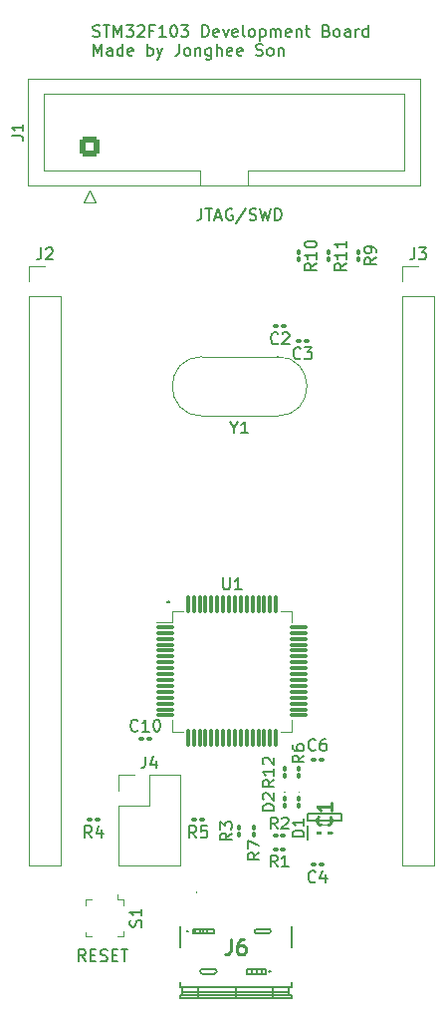
<source format=gbr>
%TF.GenerationSoftware,KiCad,Pcbnew,7.0.7*%
%TF.CreationDate,2023-09-22T09:20:20+09:00*%
%TF.ProjectId,STM32F103_dev_board,53544d33-3246-4313-9033-5f6465765f62,1.0*%
%TF.SameCoordinates,Original*%
%TF.FileFunction,Legend,Top*%
%TF.FilePolarity,Positive*%
%FSLAX46Y46*%
G04 Gerber Fmt 4.6, Leading zero omitted, Abs format (unit mm)*
G04 Created by KiCad (PCBNEW 7.0.7) date 2023-09-22 09:20:20*
%MOMM*%
%LPD*%
G01*
G04 APERTURE LIST*
G04 Aperture macros list*
%AMRoundRect*
0 Rectangle with rounded corners*
0 $1 Rounding radius*
0 $2 $3 $4 $5 $6 $7 $8 $9 X,Y pos of 4 corners*
0 Add a 4 corners polygon primitive as box body*
4,1,4,$2,$3,$4,$5,$6,$7,$8,$9,$2,$3,0*
0 Add four circle primitives for the rounded corners*
1,1,$1+$1,$2,$3*
1,1,$1+$1,$4,$5*
1,1,$1+$1,$6,$7*
1,1,$1+$1,$8,$9*
0 Add four rect primitives between the rounded corners*
20,1,$1+$1,$2,$3,$4,$5,0*
20,1,$1+$1,$4,$5,$6,$7,0*
20,1,$1+$1,$6,$7,$8,$9,0*
20,1,$1+$1,$8,$9,$2,$3,0*%
G04 Aperture macros list end*
%ADD10C,0.150000*%
%ADD11C,0.254000*%
%ADD12C,0.200000*%
%ADD13C,0.100000*%
%ADD14C,0.120000*%
%ADD15R,0.600000X1.200000*%
%ADD16RoundRect,0.100000X0.130000X0.100000X-0.130000X0.100000X-0.130000X-0.100000X0.130000X-0.100000X0*%
%ADD17RoundRect,0.100000X-0.100000X0.130000X-0.100000X-0.130000X0.100000X-0.130000X0.100000X0.130000X0*%
%ADD18R,1.700000X0.800000*%
%ADD19C,0.800000*%
%ADD20R,0.600000X1.250000*%
%ADD21R,0.400000X1.250000*%
%ADD22C,2.000000*%
%ADD23C,2.565000*%
%ADD24C,3.500000*%
%ADD25RoundRect,0.100000X-0.130000X-0.100000X0.130000X-0.100000X0.130000X0.100000X-0.130000X0.100000X0*%
%ADD26R,1.700000X1.700000*%
%ADD27O,1.700000X1.700000*%
%ADD28RoundRect,0.075000X-0.700000X-0.075000X0.700000X-0.075000X0.700000X0.075000X-0.700000X0.075000X0*%
%ADD29RoundRect,0.075000X-0.075000X-0.700000X0.075000X-0.700000X0.075000X0.700000X-0.075000X0.700000X0*%
%ADD30RoundRect,0.250000X0.600000X-0.600000X0.600000X0.600000X-0.600000X0.600000X-0.600000X-0.600000X0*%
%ADD31C,1.700000*%
%ADD32RoundRect,0.100000X0.100000X-0.130000X0.100000X0.130000X-0.100000X0.130000X-0.100000X-0.130000X0*%
%ADD33C,1.500000*%
G04 APERTURE END LIST*
D10*
X140036779Y-107724580D02*
X140084398Y-107772200D01*
X140084398Y-107772200D02*
X140036779Y-107819819D01*
X140036779Y-107819819D02*
X139989160Y-107772200D01*
X139989160Y-107772200D02*
X140036779Y-107724580D01*
X140036779Y-107724580D02*
X140036779Y-107819819D01*
X132988207Y-138299819D02*
X132654874Y-137823628D01*
X132416779Y-138299819D02*
X132416779Y-137299819D01*
X132416779Y-137299819D02*
X132797731Y-137299819D01*
X132797731Y-137299819D02*
X132892969Y-137347438D01*
X132892969Y-137347438D02*
X132940588Y-137395057D01*
X132940588Y-137395057D02*
X132988207Y-137490295D01*
X132988207Y-137490295D02*
X132988207Y-137633152D01*
X132988207Y-137633152D02*
X132940588Y-137728390D01*
X132940588Y-137728390D02*
X132892969Y-137776009D01*
X132892969Y-137776009D02*
X132797731Y-137823628D01*
X132797731Y-137823628D02*
X132416779Y-137823628D01*
X133416779Y-137776009D02*
X133750112Y-137776009D01*
X133892969Y-138299819D02*
X133416779Y-138299819D01*
X133416779Y-138299819D02*
X133416779Y-137299819D01*
X133416779Y-137299819D02*
X133892969Y-137299819D01*
X134273922Y-138252200D02*
X134416779Y-138299819D01*
X134416779Y-138299819D02*
X134654874Y-138299819D01*
X134654874Y-138299819D02*
X134750112Y-138252200D01*
X134750112Y-138252200D02*
X134797731Y-138204580D01*
X134797731Y-138204580D02*
X134845350Y-138109342D01*
X134845350Y-138109342D02*
X134845350Y-138014104D01*
X134845350Y-138014104D02*
X134797731Y-137918866D01*
X134797731Y-137918866D02*
X134750112Y-137871247D01*
X134750112Y-137871247D02*
X134654874Y-137823628D01*
X134654874Y-137823628D02*
X134464398Y-137776009D01*
X134464398Y-137776009D02*
X134369160Y-137728390D01*
X134369160Y-137728390D02*
X134321541Y-137680771D01*
X134321541Y-137680771D02*
X134273922Y-137585533D01*
X134273922Y-137585533D02*
X134273922Y-137490295D01*
X134273922Y-137490295D02*
X134321541Y-137395057D01*
X134321541Y-137395057D02*
X134369160Y-137347438D01*
X134369160Y-137347438D02*
X134464398Y-137299819D01*
X134464398Y-137299819D02*
X134702493Y-137299819D01*
X134702493Y-137299819D02*
X134845350Y-137347438D01*
X135273922Y-137776009D02*
X135607255Y-137776009D01*
X135750112Y-138299819D02*
X135273922Y-138299819D01*
X135273922Y-138299819D02*
X135273922Y-137299819D01*
X135273922Y-137299819D02*
X135750112Y-137299819D01*
X136035827Y-137299819D02*
X136607255Y-137299819D01*
X136321541Y-138299819D02*
X136321541Y-137299819D01*
X142862493Y-74379819D02*
X142862493Y-75094104D01*
X142862493Y-75094104D02*
X142814874Y-75236961D01*
X142814874Y-75236961D02*
X142719636Y-75332200D01*
X142719636Y-75332200D02*
X142576779Y-75379819D01*
X142576779Y-75379819D02*
X142481541Y-75379819D01*
X143195827Y-74379819D02*
X143767255Y-74379819D01*
X143481541Y-75379819D02*
X143481541Y-74379819D01*
X144052970Y-75094104D02*
X144529160Y-75094104D01*
X143957732Y-75379819D02*
X144291065Y-74379819D01*
X144291065Y-74379819D02*
X144624398Y-75379819D01*
X145481541Y-74427438D02*
X145386303Y-74379819D01*
X145386303Y-74379819D02*
X145243446Y-74379819D01*
X145243446Y-74379819D02*
X145100589Y-74427438D01*
X145100589Y-74427438D02*
X145005351Y-74522676D01*
X145005351Y-74522676D02*
X144957732Y-74617914D01*
X144957732Y-74617914D02*
X144910113Y-74808390D01*
X144910113Y-74808390D02*
X144910113Y-74951247D01*
X144910113Y-74951247D02*
X144957732Y-75141723D01*
X144957732Y-75141723D02*
X145005351Y-75236961D01*
X145005351Y-75236961D02*
X145100589Y-75332200D01*
X145100589Y-75332200D02*
X145243446Y-75379819D01*
X145243446Y-75379819D02*
X145338684Y-75379819D01*
X145338684Y-75379819D02*
X145481541Y-75332200D01*
X145481541Y-75332200D02*
X145529160Y-75284580D01*
X145529160Y-75284580D02*
X145529160Y-74951247D01*
X145529160Y-74951247D02*
X145338684Y-74951247D01*
X146672017Y-74332200D02*
X145814875Y-75617914D01*
X146957732Y-75332200D02*
X147100589Y-75379819D01*
X147100589Y-75379819D02*
X147338684Y-75379819D01*
X147338684Y-75379819D02*
X147433922Y-75332200D01*
X147433922Y-75332200D02*
X147481541Y-75284580D01*
X147481541Y-75284580D02*
X147529160Y-75189342D01*
X147529160Y-75189342D02*
X147529160Y-75094104D01*
X147529160Y-75094104D02*
X147481541Y-74998866D01*
X147481541Y-74998866D02*
X147433922Y-74951247D01*
X147433922Y-74951247D02*
X147338684Y-74903628D01*
X147338684Y-74903628D02*
X147148208Y-74856009D01*
X147148208Y-74856009D02*
X147052970Y-74808390D01*
X147052970Y-74808390D02*
X147005351Y-74760771D01*
X147005351Y-74760771D02*
X146957732Y-74665533D01*
X146957732Y-74665533D02*
X146957732Y-74570295D01*
X146957732Y-74570295D02*
X147005351Y-74475057D01*
X147005351Y-74475057D02*
X147052970Y-74427438D01*
X147052970Y-74427438D02*
X147148208Y-74379819D01*
X147148208Y-74379819D02*
X147386303Y-74379819D01*
X147386303Y-74379819D02*
X147529160Y-74427438D01*
X147862494Y-74379819D02*
X148100589Y-75379819D01*
X148100589Y-75379819D02*
X148291065Y-74665533D01*
X148291065Y-74665533D02*
X148481541Y-75379819D01*
X148481541Y-75379819D02*
X148719637Y-74379819D01*
X149100589Y-75379819D02*
X149100589Y-74379819D01*
X149100589Y-74379819D02*
X149338684Y-74379819D01*
X149338684Y-74379819D02*
X149481541Y-74427438D01*
X149481541Y-74427438D02*
X149576779Y-74522676D01*
X149576779Y-74522676D02*
X149624398Y-74617914D01*
X149624398Y-74617914D02*
X149672017Y-74808390D01*
X149672017Y-74808390D02*
X149672017Y-74951247D01*
X149672017Y-74951247D02*
X149624398Y-75141723D01*
X149624398Y-75141723D02*
X149576779Y-75236961D01*
X149576779Y-75236961D02*
X149481541Y-75332200D01*
X149481541Y-75332200D02*
X149338684Y-75379819D01*
X149338684Y-75379819D02*
X149100589Y-75379819D01*
X133639160Y-59752200D02*
X133782017Y-59799819D01*
X133782017Y-59799819D02*
X134020112Y-59799819D01*
X134020112Y-59799819D02*
X134115350Y-59752200D01*
X134115350Y-59752200D02*
X134162969Y-59704580D01*
X134162969Y-59704580D02*
X134210588Y-59609342D01*
X134210588Y-59609342D02*
X134210588Y-59514104D01*
X134210588Y-59514104D02*
X134162969Y-59418866D01*
X134162969Y-59418866D02*
X134115350Y-59371247D01*
X134115350Y-59371247D02*
X134020112Y-59323628D01*
X134020112Y-59323628D02*
X133829636Y-59276009D01*
X133829636Y-59276009D02*
X133734398Y-59228390D01*
X133734398Y-59228390D02*
X133686779Y-59180771D01*
X133686779Y-59180771D02*
X133639160Y-59085533D01*
X133639160Y-59085533D02*
X133639160Y-58990295D01*
X133639160Y-58990295D02*
X133686779Y-58895057D01*
X133686779Y-58895057D02*
X133734398Y-58847438D01*
X133734398Y-58847438D02*
X133829636Y-58799819D01*
X133829636Y-58799819D02*
X134067731Y-58799819D01*
X134067731Y-58799819D02*
X134210588Y-58847438D01*
X134496303Y-58799819D02*
X135067731Y-58799819D01*
X134782017Y-59799819D02*
X134782017Y-58799819D01*
X135401065Y-59799819D02*
X135401065Y-58799819D01*
X135401065Y-58799819D02*
X135734398Y-59514104D01*
X135734398Y-59514104D02*
X136067731Y-58799819D01*
X136067731Y-58799819D02*
X136067731Y-59799819D01*
X136448684Y-58799819D02*
X137067731Y-58799819D01*
X137067731Y-58799819D02*
X136734398Y-59180771D01*
X136734398Y-59180771D02*
X136877255Y-59180771D01*
X136877255Y-59180771D02*
X136972493Y-59228390D01*
X136972493Y-59228390D02*
X137020112Y-59276009D01*
X137020112Y-59276009D02*
X137067731Y-59371247D01*
X137067731Y-59371247D02*
X137067731Y-59609342D01*
X137067731Y-59609342D02*
X137020112Y-59704580D01*
X137020112Y-59704580D02*
X136972493Y-59752200D01*
X136972493Y-59752200D02*
X136877255Y-59799819D01*
X136877255Y-59799819D02*
X136591541Y-59799819D01*
X136591541Y-59799819D02*
X136496303Y-59752200D01*
X136496303Y-59752200D02*
X136448684Y-59704580D01*
X137448684Y-58895057D02*
X137496303Y-58847438D01*
X137496303Y-58847438D02*
X137591541Y-58799819D01*
X137591541Y-58799819D02*
X137829636Y-58799819D01*
X137829636Y-58799819D02*
X137924874Y-58847438D01*
X137924874Y-58847438D02*
X137972493Y-58895057D01*
X137972493Y-58895057D02*
X138020112Y-58990295D01*
X138020112Y-58990295D02*
X138020112Y-59085533D01*
X138020112Y-59085533D02*
X137972493Y-59228390D01*
X137972493Y-59228390D02*
X137401065Y-59799819D01*
X137401065Y-59799819D02*
X138020112Y-59799819D01*
X138782017Y-59276009D02*
X138448684Y-59276009D01*
X138448684Y-59799819D02*
X138448684Y-58799819D01*
X138448684Y-58799819D02*
X138924874Y-58799819D01*
X139829636Y-59799819D02*
X139258208Y-59799819D01*
X139543922Y-59799819D02*
X139543922Y-58799819D01*
X139543922Y-58799819D02*
X139448684Y-58942676D01*
X139448684Y-58942676D02*
X139353446Y-59037914D01*
X139353446Y-59037914D02*
X139258208Y-59085533D01*
X140448684Y-58799819D02*
X140543922Y-58799819D01*
X140543922Y-58799819D02*
X140639160Y-58847438D01*
X140639160Y-58847438D02*
X140686779Y-58895057D01*
X140686779Y-58895057D02*
X140734398Y-58990295D01*
X140734398Y-58990295D02*
X140782017Y-59180771D01*
X140782017Y-59180771D02*
X140782017Y-59418866D01*
X140782017Y-59418866D02*
X140734398Y-59609342D01*
X140734398Y-59609342D02*
X140686779Y-59704580D01*
X140686779Y-59704580D02*
X140639160Y-59752200D01*
X140639160Y-59752200D02*
X140543922Y-59799819D01*
X140543922Y-59799819D02*
X140448684Y-59799819D01*
X140448684Y-59799819D02*
X140353446Y-59752200D01*
X140353446Y-59752200D02*
X140305827Y-59704580D01*
X140305827Y-59704580D02*
X140258208Y-59609342D01*
X140258208Y-59609342D02*
X140210589Y-59418866D01*
X140210589Y-59418866D02*
X140210589Y-59180771D01*
X140210589Y-59180771D02*
X140258208Y-58990295D01*
X140258208Y-58990295D02*
X140305827Y-58895057D01*
X140305827Y-58895057D02*
X140353446Y-58847438D01*
X140353446Y-58847438D02*
X140448684Y-58799819D01*
X141115351Y-58799819D02*
X141734398Y-58799819D01*
X141734398Y-58799819D02*
X141401065Y-59180771D01*
X141401065Y-59180771D02*
X141543922Y-59180771D01*
X141543922Y-59180771D02*
X141639160Y-59228390D01*
X141639160Y-59228390D02*
X141686779Y-59276009D01*
X141686779Y-59276009D02*
X141734398Y-59371247D01*
X141734398Y-59371247D02*
X141734398Y-59609342D01*
X141734398Y-59609342D02*
X141686779Y-59704580D01*
X141686779Y-59704580D02*
X141639160Y-59752200D01*
X141639160Y-59752200D02*
X141543922Y-59799819D01*
X141543922Y-59799819D02*
X141258208Y-59799819D01*
X141258208Y-59799819D02*
X141162970Y-59752200D01*
X141162970Y-59752200D02*
X141115351Y-59704580D01*
X142924875Y-59799819D02*
X142924875Y-58799819D01*
X142924875Y-58799819D02*
X143162970Y-58799819D01*
X143162970Y-58799819D02*
X143305827Y-58847438D01*
X143305827Y-58847438D02*
X143401065Y-58942676D01*
X143401065Y-58942676D02*
X143448684Y-59037914D01*
X143448684Y-59037914D02*
X143496303Y-59228390D01*
X143496303Y-59228390D02*
X143496303Y-59371247D01*
X143496303Y-59371247D02*
X143448684Y-59561723D01*
X143448684Y-59561723D02*
X143401065Y-59656961D01*
X143401065Y-59656961D02*
X143305827Y-59752200D01*
X143305827Y-59752200D02*
X143162970Y-59799819D01*
X143162970Y-59799819D02*
X142924875Y-59799819D01*
X144305827Y-59752200D02*
X144210589Y-59799819D01*
X144210589Y-59799819D02*
X144020113Y-59799819D01*
X144020113Y-59799819D02*
X143924875Y-59752200D01*
X143924875Y-59752200D02*
X143877256Y-59656961D01*
X143877256Y-59656961D02*
X143877256Y-59276009D01*
X143877256Y-59276009D02*
X143924875Y-59180771D01*
X143924875Y-59180771D02*
X144020113Y-59133152D01*
X144020113Y-59133152D02*
X144210589Y-59133152D01*
X144210589Y-59133152D02*
X144305827Y-59180771D01*
X144305827Y-59180771D02*
X144353446Y-59276009D01*
X144353446Y-59276009D02*
X144353446Y-59371247D01*
X144353446Y-59371247D02*
X143877256Y-59466485D01*
X144686780Y-59133152D02*
X144924875Y-59799819D01*
X144924875Y-59799819D02*
X145162970Y-59133152D01*
X145924875Y-59752200D02*
X145829637Y-59799819D01*
X145829637Y-59799819D02*
X145639161Y-59799819D01*
X145639161Y-59799819D02*
X145543923Y-59752200D01*
X145543923Y-59752200D02*
X145496304Y-59656961D01*
X145496304Y-59656961D02*
X145496304Y-59276009D01*
X145496304Y-59276009D02*
X145543923Y-59180771D01*
X145543923Y-59180771D02*
X145639161Y-59133152D01*
X145639161Y-59133152D02*
X145829637Y-59133152D01*
X145829637Y-59133152D02*
X145924875Y-59180771D01*
X145924875Y-59180771D02*
X145972494Y-59276009D01*
X145972494Y-59276009D02*
X145972494Y-59371247D01*
X145972494Y-59371247D02*
X145496304Y-59466485D01*
X146543923Y-59799819D02*
X146448685Y-59752200D01*
X146448685Y-59752200D02*
X146401066Y-59656961D01*
X146401066Y-59656961D02*
X146401066Y-58799819D01*
X147067733Y-59799819D02*
X146972495Y-59752200D01*
X146972495Y-59752200D02*
X146924876Y-59704580D01*
X146924876Y-59704580D02*
X146877257Y-59609342D01*
X146877257Y-59609342D02*
X146877257Y-59323628D01*
X146877257Y-59323628D02*
X146924876Y-59228390D01*
X146924876Y-59228390D02*
X146972495Y-59180771D01*
X146972495Y-59180771D02*
X147067733Y-59133152D01*
X147067733Y-59133152D02*
X147210590Y-59133152D01*
X147210590Y-59133152D02*
X147305828Y-59180771D01*
X147305828Y-59180771D02*
X147353447Y-59228390D01*
X147353447Y-59228390D02*
X147401066Y-59323628D01*
X147401066Y-59323628D02*
X147401066Y-59609342D01*
X147401066Y-59609342D02*
X147353447Y-59704580D01*
X147353447Y-59704580D02*
X147305828Y-59752200D01*
X147305828Y-59752200D02*
X147210590Y-59799819D01*
X147210590Y-59799819D02*
X147067733Y-59799819D01*
X147829638Y-59133152D02*
X147829638Y-60133152D01*
X147829638Y-59180771D02*
X147924876Y-59133152D01*
X147924876Y-59133152D02*
X148115352Y-59133152D01*
X148115352Y-59133152D02*
X148210590Y-59180771D01*
X148210590Y-59180771D02*
X148258209Y-59228390D01*
X148258209Y-59228390D02*
X148305828Y-59323628D01*
X148305828Y-59323628D02*
X148305828Y-59609342D01*
X148305828Y-59609342D02*
X148258209Y-59704580D01*
X148258209Y-59704580D02*
X148210590Y-59752200D01*
X148210590Y-59752200D02*
X148115352Y-59799819D01*
X148115352Y-59799819D02*
X147924876Y-59799819D01*
X147924876Y-59799819D02*
X147829638Y-59752200D01*
X148734400Y-59799819D02*
X148734400Y-59133152D01*
X148734400Y-59228390D02*
X148782019Y-59180771D01*
X148782019Y-59180771D02*
X148877257Y-59133152D01*
X148877257Y-59133152D02*
X149020114Y-59133152D01*
X149020114Y-59133152D02*
X149115352Y-59180771D01*
X149115352Y-59180771D02*
X149162971Y-59276009D01*
X149162971Y-59276009D02*
X149162971Y-59799819D01*
X149162971Y-59276009D02*
X149210590Y-59180771D01*
X149210590Y-59180771D02*
X149305828Y-59133152D01*
X149305828Y-59133152D02*
X149448685Y-59133152D01*
X149448685Y-59133152D02*
X149543924Y-59180771D01*
X149543924Y-59180771D02*
X149591543Y-59276009D01*
X149591543Y-59276009D02*
X149591543Y-59799819D01*
X150448685Y-59752200D02*
X150353447Y-59799819D01*
X150353447Y-59799819D02*
X150162971Y-59799819D01*
X150162971Y-59799819D02*
X150067733Y-59752200D01*
X150067733Y-59752200D02*
X150020114Y-59656961D01*
X150020114Y-59656961D02*
X150020114Y-59276009D01*
X150020114Y-59276009D02*
X150067733Y-59180771D01*
X150067733Y-59180771D02*
X150162971Y-59133152D01*
X150162971Y-59133152D02*
X150353447Y-59133152D01*
X150353447Y-59133152D02*
X150448685Y-59180771D01*
X150448685Y-59180771D02*
X150496304Y-59276009D01*
X150496304Y-59276009D02*
X150496304Y-59371247D01*
X150496304Y-59371247D02*
X150020114Y-59466485D01*
X150924876Y-59133152D02*
X150924876Y-59799819D01*
X150924876Y-59228390D02*
X150972495Y-59180771D01*
X150972495Y-59180771D02*
X151067733Y-59133152D01*
X151067733Y-59133152D02*
X151210590Y-59133152D01*
X151210590Y-59133152D02*
X151305828Y-59180771D01*
X151305828Y-59180771D02*
X151353447Y-59276009D01*
X151353447Y-59276009D02*
X151353447Y-59799819D01*
X151686781Y-59133152D02*
X152067733Y-59133152D01*
X151829638Y-58799819D02*
X151829638Y-59656961D01*
X151829638Y-59656961D02*
X151877257Y-59752200D01*
X151877257Y-59752200D02*
X151972495Y-59799819D01*
X151972495Y-59799819D02*
X152067733Y-59799819D01*
X153496305Y-59276009D02*
X153639162Y-59323628D01*
X153639162Y-59323628D02*
X153686781Y-59371247D01*
X153686781Y-59371247D02*
X153734400Y-59466485D01*
X153734400Y-59466485D02*
X153734400Y-59609342D01*
X153734400Y-59609342D02*
X153686781Y-59704580D01*
X153686781Y-59704580D02*
X153639162Y-59752200D01*
X153639162Y-59752200D02*
X153543924Y-59799819D01*
X153543924Y-59799819D02*
X153162972Y-59799819D01*
X153162972Y-59799819D02*
X153162972Y-58799819D01*
X153162972Y-58799819D02*
X153496305Y-58799819D01*
X153496305Y-58799819D02*
X153591543Y-58847438D01*
X153591543Y-58847438D02*
X153639162Y-58895057D01*
X153639162Y-58895057D02*
X153686781Y-58990295D01*
X153686781Y-58990295D02*
X153686781Y-59085533D01*
X153686781Y-59085533D02*
X153639162Y-59180771D01*
X153639162Y-59180771D02*
X153591543Y-59228390D01*
X153591543Y-59228390D02*
X153496305Y-59276009D01*
X153496305Y-59276009D02*
X153162972Y-59276009D01*
X154305829Y-59799819D02*
X154210591Y-59752200D01*
X154210591Y-59752200D02*
X154162972Y-59704580D01*
X154162972Y-59704580D02*
X154115353Y-59609342D01*
X154115353Y-59609342D02*
X154115353Y-59323628D01*
X154115353Y-59323628D02*
X154162972Y-59228390D01*
X154162972Y-59228390D02*
X154210591Y-59180771D01*
X154210591Y-59180771D02*
X154305829Y-59133152D01*
X154305829Y-59133152D02*
X154448686Y-59133152D01*
X154448686Y-59133152D02*
X154543924Y-59180771D01*
X154543924Y-59180771D02*
X154591543Y-59228390D01*
X154591543Y-59228390D02*
X154639162Y-59323628D01*
X154639162Y-59323628D02*
X154639162Y-59609342D01*
X154639162Y-59609342D02*
X154591543Y-59704580D01*
X154591543Y-59704580D02*
X154543924Y-59752200D01*
X154543924Y-59752200D02*
X154448686Y-59799819D01*
X154448686Y-59799819D02*
X154305829Y-59799819D01*
X155496305Y-59799819D02*
X155496305Y-59276009D01*
X155496305Y-59276009D02*
X155448686Y-59180771D01*
X155448686Y-59180771D02*
X155353448Y-59133152D01*
X155353448Y-59133152D02*
X155162972Y-59133152D01*
X155162972Y-59133152D02*
X155067734Y-59180771D01*
X155496305Y-59752200D02*
X155401067Y-59799819D01*
X155401067Y-59799819D02*
X155162972Y-59799819D01*
X155162972Y-59799819D02*
X155067734Y-59752200D01*
X155067734Y-59752200D02*
X155020115Y-59656961D01*
X155020115Y-59656961D02*
X155020115Y-59561723D01*
X155020115Y-59561723D02*
X155067734Y-59466485D01*
X155067734Y-59466485D02*
X155162972Y-59418866D01*
X155162972Y-59418866D02*
X155401067Y-59418866D01*
X155401067Y-59418866D02*
X155496305Y-59371247D01*
X155972496Y-59799819D02*
X155972496Y-59133152D01*
X155972496Y-59323628D02*
X156020115Y-59228390D01*
X156020115Y-59228390D02*
X156067734Y-59180771D01*
X156067734Y-59180771D02*
X156162972Y-59133152D01*
X156162972Y-59133152D02*
X156258210Y-59133152D01*
X157020115Y-59799819D02*
X157020115Y-58799819D01*
X157020115Y-59752200D02*
X156924877Y-59799819D01*
X156924877Y-59799819D02*
X156734401Y-59799819D01*
X156734401Y-59799819D02*
X156639163Y-59752200D01*
X156639163Y-59752200D02*
X156591544Y-59704580D01*
X156591544Y-59704580D02*
X156543925Y-59609342D01*
X156543925Y-59609342D02*
X156543925Y-59323628D01*
X156543925Y-59323628D02*
X156591544Y-59228390D01*
X156591544Y-59228390D02*
X156639163Y-59180771D01*
X156639163Y-59180771D02*
X156734401Y-59133152D01*
X156734401Y-59133152D02*
X156924877Y-59133152D01*
X156924877Y-59133152D02*
X157020115Y-59180771D01*
X133686779Y-61409819D02*
X133686779Y-60409819D01*
X133686779Y-60409819D02*
X134020112Y-61124104D01*
X134020112Y-61124104D02*
X134353445Y-60409819D01*
X134353445Y-60409819D02*
X134353445Y-61409819D01*
X135258207Y-61409819D02*
X135258207Y-60886009D01*
X135258207Y-60886009D02*
X135210588Y-60790771D01*
X135210588Y-60790771D02*
X135115350Y-60743152D01*
X135115350Y-60743152D02*
X134924874Y-60743152D01*
X134924874Y-60743152D02*
X134829636Y-60790771D01*
X135258207Y-61362200D02*
X135162969Y-61409819D01*
X135162969Y-61409819D02*
X134924874Y-61409819D01*
X134924874Y-61409819D02*
X134829636Y-61362200D01*
X134829636Y-61362200D02*
X134782017Y-61266961D01*
X134782017Y-61266961D02*
X134782017Y-61171723D01*
X134782017Y-61171723D02*
X134829636Y-61076485D01*
X134829636Y-61076485D02*
X134924874Y-61028866D01*
X134924874Y-61028866D02*
X135162969Y-61028866D01*
X135162969Y-61028866D02*
X135258207Y-60981247D01*
X136162969Y-61409819D02*
X136162969Y-60409819D01*
X136162969Y-61362200D02*
X136067731Y-61409819D01*
X136067731Y-61409819D02*
X135877255Y-61409819D01*
X135877255Y-61409819D02*
X135782017Y-61362200D01*
X135782017Y-61362200D02*
X135734398Y-61314580D01*
X135734398Y-61314580D02*
X135686779Y-61219342D01*
X135686779Y-61219342D02*
X135686779Y-60933628D01*
X135686779Y-60933628D02*
X135734398Y-60838390D01*
X135734398Y-60838390D02*
X135782017Y-60790771D01*
X135782017Y-60790771D02*
X135877255Y-60743152D01*
X135877255Y-60743152D02*
X136067731Y-60743152D01*
X136067731Y-60743152D02*
X136162969Y-60790771D01*
X137020112Y-61362200D02*
X136924874Y-61409819D01*
X136924874Y-61409819D02*
X136734398Y-61409819D01*
X136734398Y-61409819D02*
X136639160Y-61362200D01*
X136639160Y-61362200D02*
X136591541Y-61266961D01*
X136591541Y-61266961D02*
X136591541Y-60886009D01*
X136591541Y-60886009D02*
X136639160Y-60790771D01*
X136639160Y-60790771D02*
X136734398Y-60743152D01*
X136734398Y-60743152D02*
X136924874Y-60743152D01*
X136924874Y-60743152D02*
X137020112Y-60790771D01*
X137020112Y-60790771D02*
X137067731Y-60886009D01*
X137067731Y-60886009D02*
X137067731Y-60981247D01*
X137067731Y-60981247D02*
X136591541Y-61076485D01*
X138258208Y-61409819D02*
X138258208Y-60409819D01*
X138258208Y-60790771D02*
X138353446Y-60743152D01*
X138353446Y-60743152D02*
X138543922Y-60743152D01*
X138543922Y-60743152D02*
X138639160Y-60790771D01*
X138639160Y-60790771D02*
X138686779Y-60838390D01*
X138686779Y-60838390D02*
X138734398Y-60933628D01*
X138734398Y-60933628D02*
X138734398Y-61219342D01*
X138734398Y-61219342D02*
X138686779Y-61314580D01*
X138686779Y-61314580D02*
X138639160Y-61362200D01*
X138639160Y-61362200D02*
X138543922Y-61409819D01*
X138543922Y-61409819D02*
X138353446Y-61409819D01*
X138353446Y-61409819D02*
X138258208Y-61362200D01*
X139067732Y-60743152D02*
X139305827Y-61409819D01*
X139543922Y-60743152D02*
X139305827Y-61409819D01*
X139305827Y-61409819D02*
X139210589Y-61647914D01*
X139210589Y-61647914D02*
X139162970Y-61695533D01*
X139162970Y-61695533D02*
X139067732Y-61743152D01*
X140972494Y-60409819D02*
X140972494Y-61124104D01*
X140972494Y-61124104D02*
X140924875Y-61266961D01*
X140924875Y-61266961D02*
X140829637Y-61362200D01*
X140829637Y-61362200D02*
X140686780Y-61409819D01*
X140686780Y-61409819D02*
X140591542Y-61409819D01*
X141591542Y-61409819D02*
X141496304Y-61362200D01*
X141496304Y-61362200D02*
X141448685Y-61314580D01*
X141448685Y-61314580D02*
X141401066Y-61219342D01*
X141401066Y-61219342D02*
X141401066Y-60933628D01*
X141401066Y-60933628D02*
X141448685Y-60838390D01*
X141448685Y-60838390D02*
X141496304Y-60790771D01*
X141496304Y-60790771D02*
X141591542Y-60743152D01*
X141591542Y-60743152D02*
X141734399Y-60743152D01*
X141734399Y-60743152D02*
X141829637Y-60790771D01*
X141829637Y-60790771D02*
X141877256Y-60838390D01*
X141877256Y-60838390D02*
X141924875Y-60933628D01*
X141924875Y-60933628D02*
X141924875Y-61219342D01*
X141924875Y-61219342D02*
X141877256Y-61314580D01*
X141877256Y-61314580D02*
X141829637Y-61362200D01*
X141829637Y-61362200D02*
X141734399Y-61409819D01*
X141734399Y-61409819D02*
X141591542Y-61409819D01*
X142353447Y-60743152D02*
X142353447Y-61409819D01*
X142353447Y-60838390D02*
X142401066Y-60790771D01*
X142401066Y-60790771D02*
X142496304Y-60743152D01*
X142496304Y-60743152D02*
X142639161Y-60743152D01*
X142639161Y-60743152D02*
X142734399Y-60790771D01*
X142734399Y-60790771D02*
X142782018Y-60886009D01*
X142782018Y-60886009D02*
X142782018Y-61409819D01*
X143686780Y-60743152D02*
X143686780Y-61552676D01*
X143686780Y-61552676D02*
X143639161Y-61647914D01*
X143639161Y-61647914D02*
X143591542Y-61695533D01*
X143591542Y-61695533D02*
X143496304Y-61743152D01*
X143496304Y-61743152D02*
X143353447Y-61743152D01*
X143353447Y-61743152D02*
X143258209Y-61695533D01*
X143686780Y-61362200D02*
X143591542Y-61409819D01*
X143591542Y-61409819D02*
X143401066Y-61409819D01*
X143401066Y-61409819D02*
X143305828Y-61362200D01*
X143305828Y-61362200D02*
X143258209Y-61314580D01*
X143258209Y-61314580D02*
X143210590Y-61219342D01*
X143210590Y-61219342D02*
X143210590Y-60933628D01*
X143210590Y-60933628D02*
X143258209Y-60838390D01*
X143258209Y-60838390D02*
X143305828Y-60790771D01*
X143305828Y-60790771D02*
X143401066Y-60743152D01*
X143401066Y-60743152D02*
X143591542Y-60743152D01*
X143591542Y-60743152D02*
X143686780Y-60790771D01*
X144162971Y-61409819D02*
X144162971Y-60409819D01*
X144591542Y-61409819D02*
X144591542Y-60886009D01*
X144591542Y-60886009D02*
X144543923Y-60790771D01*
X144543923Y-60790771D02*
X144448685Y-60743152D01*
X144448685Y-60743152D02*
X144305828Y-60743152D01*
X144305828Y-60743152D02*
X144210590Y-60790771D01*
X144210590Y-60790771D02*
X144162971Y-60838390D01*
X145448685Y-61362200D02*
X145353447Y-61409819D01*
X145353447Y-61409819D02*
X145162971Y-61409819D01*
X145162971Y-61409819D02*
X145067733Y-61362200D01*
X145067733Y-61362200D02*
X145020114Y-61266961D01*
X145020114Y-61266961D02*
X145020114Y-60886009D01*
X145020114Y-60886009D02*
X145067733Y-60790771D01*
X145067733Y-60790771D02*
X145162971Y-60743152D01*
X145162971Y-60743152D02*
X145353447Y-60743152D01*
X145353447Y-60743152D02*
X145448685Y-60790771D01*
X145448685Y-60790771D02*
X145496304Y-60886009D01*
X145496304Y-60886009D02*
X145496304Y-60981247D01*
X145496304Y-60981247D02*
X145020114Y-61076485D01*
X146305828Y-61362200D02*
X146210590Y-61409819D01*
X146210590Y-61409819D02*
X146020114Y-61409819D01*
X146020114Y-61409819D02*
X145924876Y-61362200D01*
X145924876Y-61362200D02*
X145877257Y-61266961D01*
X145877257Y-61266961D02*
X145877257Y-60886009D01*
X145877257Y-60886009D02*
X145924876Y-60790771D01*
X145924876Y-60790771D02*
X146020114Y-60743152D01*
X146020114Y-60743152D02*
X146210590Y-60743152D01*
X146210590Y-60743152D02*
X146305828Y-60790771D01*
X146305828Y-60790771D02*
X146353447Y-60886009D01*
X146353447Y-60886009D02*
X146353447Y-60981247D01*
X146353447Y-60981247D02*
X145877257Y-61076485D01*
X147496305Y-61362200D02*
X147639162Y-61409819D01*
X147639162Y-61409819D02*
X147877257Y-61409819D01*
X147877257Y-61409819D02*
X147972495Y-61362200D01*
X147972495Y-61362200D02*
X148020114Y-61314580D01*
X148020114Y-61314580D02*
X148067733Y-61219342D01*
X148067733Y-61219342D02*
X148067733Y-61124104D01*
X148067733Y-61124104D02*
X148020114Y-61028866D01*
X148020114Y-61028866D02*
X147972495Y-60981247D01*
X147972495Y-60981247D02*
X147877257Y-60933628D01*
X147877257Y-60933628D02*
X147686781Y-60886009D01*
X147686781Y-60886009D02*
X147591543Y-60838390D01*
X147591543Y-60838390D02*
X147543924Y-60790771D01*
X147543924Y-60790771D02*
X147496305Y-60695533D01*
X147496305Y-60695533D02*
X147496305Y-60600295D01*
X147496305Y-60600295D02*
X147543924Y-60505057D01*
X147543924Y-60505057D02*
X147591543Y-60457438D01*
X147591543Y-60457438D02*
X147686781Y-60409819D01*
X147686781Y-60409819D02*
X147924876Y-60409819D01*
X147924876Y-60409819D02*
X148067733Y-60457438D01*
X148639162Y-61409819D02*
X148543924Y-61362200D01*
X148543924Y-61362200D02*
X148496305Y-61314580D01*
X148496305Y-61314580D02*
X148448686Y-61219342D01*
X148448686Y-61219342D02*
X148448686Y-60933628D01*
X148448686Y-60933628D02*
X148496305Y-60838390D01*
X148496305Y-60838390D02*
X148543924Y-60790771D01*
X148543924Y-60790771D02*
X148639162Y-60743152D01*
X148639162Y-60743152D02*
X148782019Y-60743152D01*
X148782019Y-60743152D02*
X148877257Y-60790771D01*
X148877257Y-60790771D02*
X148924876Y-60838390D01*
X148924876Y-60838390D02*
X148972495Y-60933628D01*
X148972495Y-60933628D02*
X148972495Y-61219342D01*
X148972495Y-61219342D02*
X148924876Y-61314580D01*
X148924876Y-61314580D02*
X148877257Y-61362200D01*
X148877257Y-61362200D02*
X148782019Y-61409819D01*
X148782019Y-61409819D02*
X148639162Y-61409819D01*
X149401067Y-60743152D02*
X149401067Y-61409819D01*
X149401067Y-60838390D02*
X149448686Y-60790771D01*
X149448686Y-60790771D02*
X149543924Y-60743152D01*
X149543924Y-60743152D02*
X149686781Y-60743152D01*
X149686781Y-60743152D02*
X149782019Y-60790771D01*
X149782019Y-60790771D02*
X149829638Y-60886009D01*
X149829638Y-60886009D02*
X149829638Y-61409819D01*
D11*
X153929318Y-127330762D02*
X152659318Y-127330762D01*
X153808365Y-126000285D02*
X153868842Y-126060761D01*
X153868842Y-126060761D02*
X153929318Y-126242190D01*
X153929318Y-126242190D02*
X153929318Y-126363142D01*
X153929318Y-126363142D02*
X153868842Y-126544571D01*
X153868842Y-126544571D02*
X153747889Y-126665523D01*
X153747889Y-126665523D02*
X153626937Y-126726000D01*
X153626937Y-126726000D02*
X153385032Y-126786476D01*
X153385032Y-126786476D02*
X153203603Y-126786476D01*
X153203603Y-126786476D02*
X152961699Y-126726000D01*
X152961699Y-126726000D02*
X152840746Y-126665523D01*
X152840746Y-126665523D02*
X152719794Y-126544571D01*
X152719794Y-126544571D02*
X152659318Y-126363142D01*
X152659318Y-126363142D02*
X152659318Y-126242190D01*
X152659318Y-126242190D02*
X152719794Y-126060761D01*
X152719794Y-126060761D02*
X152780270Y-126000285D01*
X153929318Y-124790761D02*
X153929318Y-125516476D01*
X153929318Y-125153619D02*
X152659318Y-125153619D01*
X152659318Y-125153619D02*
X152840746Y-125274571D01*
X152840746Y-125274571D02*
X152961699Y-125395523D01*
X152961699Y-125395523D02*
X153022175Y-125516476D01*
D10*
X152553333Y-131529580D02*
X152505714Y-131577200D01*
X152505714Y-131577200D02*
X152362857Y-131624819D01*
X152362857Y-131624819D02*
X152267619Y-131624819D01*
X152267619Y-131624819D02*
X152124762Y-131577200D01*
X152124762Y-131577200D02*
X152029524Y-131481961D01*
X152029524Y-131481961D02*
X151981905Y-131386723D01*
X151981905Y-131386723D02*
X151934286Y-131196247D01*
X151934286Y-131196247D02*
X151934286Y-131053390D01*
X151934286Y-131053390D02*
X151981905Y-130862914D01*
X151981905Y-130862914D02*
X152029524Y-130767676D01*
X152029524Y-130767676D02*
X152124762Y-130672438D01*
X152124762Y-130672438D02*
X152267619Y-130624819D01*
X152267619Y-130624819D02*
X152362857Y-130624819D01*
X152362857Y-130624819D02*
X152505714Y-130672438D01*
X152505714Y-130672438D02*
X152553333Y-130720057D01*
X153410476Y-130958152D02*
X153410476Y-131624819D01*
X153172381Y-130577200D02*
X152934286Y-131291485D01*
X152934286Y-131291485D02*
X153553333Y-131291485D01*
X151584819Y-120816666D02*
X151108628Y-121149999D01*
X151584819Y-121388094D02*
X150584819Y-121388094D01*
X150584819Y-121388094D02*
X150584819Y-121007142D01*
X150584819Y-121007142D02*
X150632438Y-120911904D01*
X150632438Y-120911904D02*
X150680057Y-120864285D01*
X150680057Y-120864285D02*
X150775295Y-120816666D01*
X150775295Y-120816666D02*
X150918152Y-120816666D01*
X150918152Y-120816666D02*
X151013390Y-120864285D01*
X151013390Y-120864285D02*
X151061009Y-120911904D01*
X151061009Y-120911904D02*
X151108628Y-121007142D01*
X151108628Y-121007142D02*
X151108628Y-121388094D01*
X150584819Y-119959523D02*
X150584819Y-120149999D01*
X150584819Y-120149999D02*
X150632438Y-120245237D01*
X150632438Y-120245237D02*
X150680057Y-120292856D01*
X150680057Y-120292856D02*
X150822914Y-120388094D01*
X150822914Y-120388094D02*
X151013390Y-120435713D01*
X151013390Y-120435713D02*
X151394342Y-120435713D01*
X151394342Y-120435713D02*
X151489580Y-120388094D01*
X151489580Y-120388094D02*
X151537200Y-120340475D01*
X151537200Y-120340475D02*
X151584819Y-120245237D01*
X151584819Y-120245237D02*
X151584819Y-120054761D01*
X151584819Y-120054761D02*
X151537200Y-119959523D01*
X151537200Y-119959523D02*
X151489580Y-119911904D01*
X151489580Y-119911904D02*
X151394342Y-119864285D01*
X151394342Y-119864285D02*
X151156247Y-119864285D01*
X151156247Y-119864285D02*
X151061009Y-119911904D01*
X151061009Y-119911904D02*
X151013390Y-119959523D01*
X151013390Y-119959523D02*
X150965771Y-120054761D01*
X150965771Y-120054761D02*
X150965771Y-120245237D01*
X150965771Y-120245237D02*
X151013390Y-120340475D01*
X151013390Y-120340475D02*
X151061009Y-120388094D01*
X151061009Y-120388094D02*
X151156247Y-120435713D01*
X137727200Y-135381904D02*
X137774819Y-135239047D01*
X137774819Y-135239047D02*
X137774819Y-135000952D01*
X137774819Y-135000952D02*
X137727200Y-134905714D01*
X137727200Y-134905714D02*
X137679580Y-134858095D01*
X137679580Y-134858095D02*
X137584342Y-134810476D01*
X137584342Y-134810476D02*
X137489104Y-134810476D01*
X137489104Y-134810476D02*
X137393866Y-134858095D01*
X137393866Y-134858095D02*
X137346247Y-134905714D01*
X137346247Y-134905714D02*
X137298628Y-135000952D01*
X137298628Y-135000952D02*
X137251009Y-135191428D01*
X137251009Y-135191428D02*
X137203390Y-135286666D01*
X137203390Y-135286666D02*
X137155771Y-135334285D01*
X137155771Y-135334285D02*
X137060533Y-135381904D01*
X137060533Y-135381904D02*
X136965295Y-135381904D01*
X136965295Y-135381904D02*
X136870057Y-135334285D01*
X136870057Y-135334285D02*
X136822438Y-135286666D01*
X136822438Y-135286666D02*
X136774819Y-135191428D01*
X136774819Y-135191428D02*
X136774819Y-134953333D01*
X136774819Y-134953333D02*
X136822438Y-134810476D01*
X137774819Y-133858095D02*
X137774819Y-134429523D01*
X137774819Y-134143809D02*
X136774819Y-134143809D01*
X136774819Y-134143809D02*
X136917676Y-134239047D01*
X136917676Y-134239047D02*
X137012914Y-134334285D01*
X137012914Y-134334285D02*
X137060533Y-134429523D01*
D11*
X145334667Y-136461318D02*
X145334667Y-137368461D01*
X145334667Y-137368461D02*
X145274190Y-137549889D01*
X145274190Y-137549889D02*
X145153238Y-137670842D01*
X145153238Y-137670842D02*
X144971809Y-137731318D01*
X144971809Y-137731318D02*
X144850857Y-137731318D01*
X146483714Y-136461318D02*
X146241809Y-136461318D01*
X146241809Y-136461318D02*
X146120857Y-136521794D01*
X146120857Y-136521794D02*
X146060381Y-136582270D01*
X146060381Y-136582270D02*
X145939428Y-136763699D01*
X145939428Y-136763699D02*
X145878952Y-137005603D01*
X145878952Y-137005603D02*
X145878952Y-137489413D01*
X145878952Y-137489413D02*
X145939428Y-137610365D01*
X145939428Y-137610365D02*
X145999905Y-137670842D01*
X145999905Y-137670842D02*
X146120857Y-137731318D01*
X146120857Y-137731318D02*
X146362762Y-137731318D01*
X146362762Y-137731318D02*
X146483714Y-137670842D01*
X146483714Y-137670842D02*
X146544190Y-137610365D01*
X146544190Y-137610365D02*
X146604667Y-137489413D01*
X146604667Y-137489413D02*
X146604667Y-137187032D01*
X146604667Y-137187032D02*
X146544190Y-137066080D01*
X146544190Y-137066080D02*
X146483714Y-137005603D01*
X146483714Y-137005603D02*
X146362762Y-136945127D01*
X146362762Y-136945127D02*
X146120857Y-136945127D01*
X146120857Y-136945127D02*
X145999905Y-137005603D01*
X145999905Y-137005603D02*
X145939428Y-137066080D01*
X145939428Y-137066080D02*
X145878952Y-137187032D01*
D10*
X151283333Y-87079580D02*
X151235714Y-87127200D01*
X151235714Y-87127200D02*
X151092857Y-87174819D01*
X151092857Y-87174819D02*
X150997619Y-87174819D01*
X150997619Y-87174819D02*
X150854762Y-87127200D01*
X150854762Y-87127200D02*
X150759524Y-87031961D01*
X150759524Y-87031961D02*
X150711905Y-86936723D01*
X150711905Y-86936723D02*
X150664286Y-86746247D01*
X150664286Y-86746247D02*
X150664286Y-86603390D01*
X150664286Y-86603390D02*
X150711905Y-86412914D01*
X150711905Y-86412914D02*
X150759524Y-86317676D01*
X150759524Y-86317676D02*
X150854762Y-86222438D01*
X150854762Y-86222438D02*
X150997619Y-86174819D01*
X150997619Y-86174819D02*
X151092857Y-86174819D01*
X151092857Y-86174819D02*
X151235714Y-86222438D01*
X151235714Y-86222438D02*
X151283333Y-86270057D01*
X151616667Y-86174819D02*
X152235714Y-86174819D01*
X152235714Y-86174819D02*
X151902381Y-86555771D01*
X151902381Y-86555771D02*
X152045238Y-86555771D01*
X152045238Y-86555771D02*
X152140476Y-86603390D01*
X152140476Y-86603390D02*
X152188095Y-86651009D01*
X152188095Y-86651009D02*
X152235714Y-86746247D01*
X152235714Y-86746247D02*
X152235714Y-86984342D01*
X152235714Y-86984342D02*
X152188095Y-87079580D01*
X152188095Y-87079580D02*
X152140476Y-87127200D01*
X152140476Y-87127200D02*
X152045238Y-87174819D01*
X152045238Y-87174819D02*
X151759524Y-87174819D01*
X151759524Y-87174819D02*
X151664286Y-87127200D01*
X151664286Y-87127200D02*
X151616667Y-87079580D01*
X149044819Y-122896055D02*
X148568628Y-123229388D01*
X149044819Y-123467483D02*
X148044819Y-123467483D01*
X148044819Y-123467483D02*
X148044819Y-123086531D01*
X148044819Y-123086531D02*
X148092438Y-122991293D01*
X148092438Y-122991293D02*
X148140057Y-122943674D01*
X148140057Y-122943674D02*
X148235295Y-122896055D01*
X148235295Y-122896055D02*
X148378152Y-122896055D01*
X148378152Y-122896055D02*
X148473390Y-122943674D01*
X148473390Y-122943674D02*
X148521009Y-122991293D01*
X148521009Y-122991293D02*
X148568628Y-123086531D01*
X148568628Y-123086531D02*
X148568628Y-123467483D01*
X149044819Y-121943674D02*
X149044819Y-122515102D01*
X149044819Y-122229388D02*
X148044819Y-122229388D01*
X148044819Y-122229388D02*
X148187676Y-122324626D01*
X148187676Y-122324626D02*
X148282914Y-122419864D01*
X148282914Y-122419864D02*
X148330533Y-122515102D01*
X148140057Y-121562721D02*
X148092438Y-121515102D01*
X148092438Y-121515102D02*
X148044819Y-121419864D01*
X148044819Y-121419864D02*
X148044819Y-121181769D01*
X148044819Y-121181769D02*
X148092438Y-121086531D01*
X148092438Y-121086531D02*
X148140057Y-121038912D01*
X148140057Y-121038912D02*
X148235295Y-120991293D01*
X148235295Y-120991293D02*
X148330533Y-120991293D01*
X148330533Y-120991293D02*
X148473390Y-121038912D01*
X148473390Y-121038912D02*
X149044819Y-121610340D01*
X149044819Y-121610340D02*
X149044819Y-120991293D01*
X151584819Y-127738094D02*
X150584819Y-127738094D01*
X150584819Y-127738094D02*
X150584819Y-127499999D01*
X150584819Y-127499999D02*
X150632438Y-127357142D01*
X150632438Y-127357142D02*
X150727676Y-127261904D01*
X150727676Y-127261904D02*
X150822914Y-127214285D01*
X150822914Y-127214285D02*
X151013390Y-127166666D01*
X151013390Y-127166666D02*
X151156247Y-127166666D01*
X151156247Y-127166666D02*
X151346723Y-127214285D01*
X151346723Y-127214285D02*
X151441961Y-127261904D01*
X151441961Y-127261904D02*
X151537200Y-127357142D01*
X151537200Y-127357142D02*
X151584819Y-127499999D01*
X151584819Y-127499999D02*
X151584819Y-127738094D01*
X151584819Y-126214285D02*
X151584819Y-126785713D01*
X151584819Y-126499999D02*
X150584819Y-126499999D01*
X150584819Y-126499999D02*
X150727676Y-126595237D01*
X150727676Y-126595237D02*
X150822914Y-126690475D01*
X150822914Y-126690475D02*
X150870533Y-126785713D01*
X142428333Y-127814819D02*
X142095000Y-127338628D01*
X141856905Y-127814819D02*
X141856905Y-126814819D01*
X141856905Y-126814819D02*
X142237857Y-126814819D01*
X142237857Y-126814819D02*
X142333095Y-126862438D01*
X142333095Y-126862438D02*
X142380714Y-126910057D01*
X142380714Y-126910057D02*
X142428333Y-127005295D01*
X142428333Y-127005295D02*
X142428333Y-127148152D01*
X142428333Y-127148152D02*
X142380714Y-127243390D01*
X142380714Y-127243390D02*
X142333095Y-127291009D01*
X142333095Y-127291009D02*
X142237857Y-127338628D01*
X142237857Y-127338628D02*
X141856905Y-127338628D01*
X143333095Y-126814819D02*
X142856905Y-126814819D01*
X142856905Y-126814819D02*
X142809286Y-127291009D01*
X142809286Y-127291009D02*
X142856905Y-127243390D01*
X142856905Y-127243390D02*
X142952143Y-127195771D01*
X142952143Y-127195771D02*
X143190238Y-127195771D01*
X143190238Y-127195771D02*
X143285476Y-127243390D01*
X143285476Y-127243390D02*
X143333095Y-127291009D01*
X143333095Y-127291009D02*
X143380714Y-127386247D01*
X143380714Y-127386247D02*
X143380714Y-127624342D01*
X143380714Y-127624342D02*
X143333095Y-127719580D01*
X143333095Y-127719580D02*
X143285476Y-127767200D01*
X143285476Y-127767200D02*
X143190238Y-127814819D01*
X143190238Y-127814819D02*
X142952143Y-127814819D01*
X142952143Y-127814819D02*
X142856905Y-127767200D01*
X142856905Y-127767200D02*
X142809286Y-127719580D01*
X137442142Y-118689580D02*
X137394523Y-118737200D01*
X137394523Y-118737200D02*
X137251666Y-118784819D01*
X137251666Y-118784819D02*
X137156428Y-118784819D01*
X137156428Y-118784819D02*
X137013571Y-118737200D01*
X137013571Y-118737200D02*
X136918333Y-118641961D01*
X136918333Y-118641961D02*
X136870714Y-118546723D01*
X136870714Y-118546723D02*
X136823095Y-118356247D01*
X136823095Y-118356247D02*
X136823095Y-118213390D01*
X136823095Y-118213390D02*
X136870714Y-118022914D01*
X136870714Y-118022914D02*
X136918333Y-117927676D01*
X136918333Y-117927676D02*
X137013571Y-117832438D01*
X137013571Y-117832438D02*
X137156428Y-117784819D01*
X137156428Y-117784819D02*
X137251666Y-117784819D01*
X137251666Y-117784819D02*
X137394523Y-117832438D01*
X137394523Y-117832438D02*
X137442142Y-117880057D01*
X138394523Y-118784819D02*
X137823095Y-118784819D01*
X138108809Y-118784819D02*
X138108809Y-117784819D01*
X138108809Y-117784819D02*
X138013571Y-117927676D01*
X138013571Y-117927676D02*
X137918333Y-118022914D01*
X137918333Y-118022914D02*
X137823095Y-118070533D01*
X139013571Y-117784819D02*
X139108809Y-117784819D01*
X139108809Y-117784819D02*
X139204047Y-117832438D01*
X139204047Y-117832438D02*
X139251666Y-117880057D01*
X139251666Y-117880057D02*
X139299285Y-117975295D01*
X139299285Y-117975295D02*
X139346904Y-118165771D01*
X139346904Y-118165771D02*
X139346904Y-118403866D01*
X139346904Y-118403866D02*
X139299285Y-118594342D01*
X139299285Y-118594342D02*
X139251666Y-118689580D01*
X139251666Y-118689580D02*
X139204047Y-118737200D01*
X139204047Y-118737200D02*
X139108809Y-118784819D01*
X139108809Y-118784819D02*
X139013571Y-118784819D01*
X139013571Y-118784819D02*
X138918333Y-118737200D01*
X138918333Y-118737200D02*
X138870714Y-118689580D01*
X138870714Y-118689580D02*
X138823095Y-118594342D01*
X138823095Y-118594342D02*
X138775476Y-118403866D01*
X138775476Y-118403866D02*
X138775476Y-118165771D01*
X138775476Y-118165771D02*
X138823095Y-117975295D01*
X138823095Y-117975295D02*
X138870714Y-117880057D01*
X138870714Y-117880057D02*
X138918333Y-117832438D01*
X138918333Y-117832438D02*
X139013571Y-117784819D01*
X149312333Y-130282819D02*
X148979000Y-129806628D01*
X148740905Y-130282819D02*
X148740905Y-129282819D01*
X148740905Y-129282819D02*
X149121857Y-129282819D01*
X149121857Y-129282819D02*
X149217095Y-129330438D01*
X149217095Y-129330438D02*
X149264714Y-129378057D01*
X149264714Y-129378057D02*
X149312333Y-129473295D01*
X149312333Y-129473295D02*
X149312333Y-129616152D01*
X149312333Y-129616152D02*
X149264714Y-129711390D01*
X149264714Y-129711390D02*
X149217095Y-129759009D01*
X149217095Y-129759009D02*
X149121857Y-129806628D01*
X149121857Y-129806628D02*
X148740905Y-129806628D01*
X150264714Y-130282819D02*
X149693286Y-130282819D01*
X149979000Y-130282819D02*
X149979000Y-129282819D01*
X149979000Y-129282819D02*
X149883762Y-129425676D01*
X149883762Y-129425676D02*
X149788524Y-129520914D01*
X149788524Y-129520914D02*
X149693286Y-129568533D01*
X149044819Y-125527755D02*
X148044819Y-125527755D01*
X148044819Y-125527755D02*
X148044819Y-125289660D01*
X148044819Y-125289660D02*
X148092438Y-125146803D01*
X148092438Y-125146803D02*
X148187676Y-125051565D01*
X148187676Y-125051565D02*
X148282914Y-125003946D01*
X148282914Y-125003946D02*
X148473390Y-124956327D01*
X148473390Y-124956327D02*
X148616247Y-124956327D01*
X148616247Y-124956327D02*
X148806723Y-125003946D01*
X148806723Y-125003946D02*
X148901961Y-125051565D01*
X148901961Y-125051565D02*
X148997200Y-125146803D01*
X148997200Y-125146803D02*
X149044819Y-125289660D01*
X149044819Y-125289660D02*
X149044819Y-125527755D01*
X148140057Y-124575374D02*
X148092438Y-124527755D01*
X148092438Y-124527755D02*
X148044819Y-124432517D01*
X148044819Y-124432517D02*
X148044819Y-124194422D01*
X148044819Y-124194422D02*
X148092438Y-124099184D01*
X148092438Y-124099184D02*
X148140057Y-124051565D01*
X148140057Y-124051565D02*
X148235295Y-124003946D01*
X148235295Y-124003946D02*
X148330533Y-124003946D01*
X148330533Y-124003946D02*
X148473390Y-124051565D01*
X148473390Y-124051565D02*
X149044819Y-124622993D01*
X149044819Y-124622993D02*
X149044819Y-124003946D01*
X138091666Y-120909819D02*
X138091666Y-121624104D01*
X138091666Y-121624104D02*
X138044047Y-121766961D01*
X138044047Y-121766961D02*
X137948809Y-121862200D01*
X137948809Y-121862200D02*
X137805952Y-121909819D01*
X137805952Y-121909819D02*
X137710714Y-121909819D01*
X138996428Y-121243152D02*
X138996428Y-121909819D01*
X138758333Y-120862200D02*
X138520238Y-121576485D01*
X138520238Y-121576485D02*
X139139285Y-121576485D01*
X133528333Y-127814819D02*
X133195000Y-127338628D01*
X132956905Y-127814819D02*
X132956905Y-126814819D01*
X132956905Y-126814819D02*
X133337857Y-126814819D01*
X133337857Y-126814819D02*
X133433095Y-126862438D01*
X133433095Y-126862438D02*
X133480714Y-126910057D01*
X133480714Y-126910057D02*
X133528333Y-127005295D01*
X133528333Y-127005295D02*
X133528333Y-127148152D01*
X133528333Y-127148152D02*
X133480714Y-127243390D01*
X133480714Y-127243390D02*
X133433095Y-127291009D01*
X133433095Y-127291009D02*
X133337857Y-127338628D01*
X133337857Y-127338628D02*
X132956905Y-127338628D01*
X134385476Y-127148152D02*
X134385476Y-127814819D01*
X134147381Y-126767200D02*
X133909286Y-127481485D01*
X133909286Y-127481485D02*
X134528333Y-127481485D01*
X144693095Y-105724819D02*
X144693095Y-106534342D01*
X144693095Y-106534342D02*
X144740714Y-106629580D01*
X144740714Y-106629580D02*
X144788333Y-106677200D01*
X144788333Y-106677200D02*
X144883571Y-106724819D01*
X144883571Y-106724819D02*
X145074047Y-106724819D01*
X145074047Y-106724819D02*
X145169285Y-106677200D01*
X145169285Y-106677200D02*
X145216904Y-106629580D01*
X145216904Y-106629580D02*
X145264523Y-106534342D01*
X145264523Y-106534342D02*
X145264523Y-105724819D01*
X146264523Y-106724819D02*
X145693095Y-106724819D01*
X145978809Y-106724819D02*
X145978809Y-105724819D01*
X145978809Y-105724819D02*
X145883571Y-105867676D01*
X145883571Y-105867676D02*
X145788333Y-105962914D01*
X145788333Y-105962914D02*
X145693095Y-106010533D01*
X126704819Y-68223333D02*
X127419104Y-68223333D01*
X127419104Y-68223333D02*
X127561961Y-68270952D01*
X127561961Y-68270952D02*
X127657200Y-68366190D01*
X127657200Y-68366190D02*
X127704819Y-68509047D01*
X127704819Y-68509047D02*
X127704819Y-68604285D01*
X127704819Y-67223333D02*
X127704819Y-67794761D01*
X127704819Y-67509047D02*
X126704819Y-67509047D01*
X126704819Y-67509047D02*
X126847676Y-67604285D01*
X126847676Y-67604285D02*
X126942914Y-67699523D01*
X126942914Y-67699523D02*
X126990533Y-67794761D01*
X147774819Y-129071666D02*
X147298628Y-129404999D01*
X147774819Y-129643094D02*
X146774819Y-129643094D01*
X146774819Y-129643094D02*
X146774819Y-129262142D01*
X146774819Y-129262142D02*
X146822438Y-129166904D01*
X146822438Y-129166904D02*
X146870057Y-129119285D01*
X146870057Y-129119285D02*
X146965295Y-129071666D01*
X146965295Y-129071666D02*
X147108152Y-129071666D01*
X147108152Y-129071666D02*
X147203390Y-129119285D01*
X147203390Y-129119285D02*
X147251009Y-129166904D01*
X147251009Y-129166904D02*
X147298628Y-129262142D01*
X147298628Y-129262142D02*
X147298628Y-129643094D01*
X146774819Y-128738332D02*
X146774819Y-128071666D01*
X146774819Y-128071666D02*
X147774819Y-128500237D01*
X152553333Y-120319580D02*
X152505714Y-120367200D01*
X152505714Y-120367200D02*
X152362857Y-120414819D01*
X152362857Y-120414819D02*
X152267619Y-120414819D01*
X152267619Y-120414819D02*
X152124762Y-120367200D01*
X152124762Y-120367200D02*
X152029524Y-120271961D01*
X152029524Y-120271961D02*
X151981905Y-120176723D01*
X151981905Y-120176723D02*
X151934286Y-119986247D01*
X151934286Y-119986247D02*
X151934286Y-119843390D01*
X151934286Y-119843390D02*
X151981905Y-119652914D01*
X151981905Y-119652914D02*
X152029524Y-119557676D01*
X152029524Y-119557676D02*
X152124762Y-119462438D01*
X152124762Y-119462438D02*
X152267619Y-119414819D01*
X152267619Y-119414819D02*
X152362857Y-119414819D01*
X152362857Y-119414819D02*
X152505714Y-119462438D01*
X152505714Y-119462438D02*
X152553333Y-119510057D01*
X153410476Y-119414819D02*
X153220000Y-119414819D01*
X153220000Y-119414819D02*
X153124762Y-119462438D01*
X153124762Y-119462438D02*
X153077143Y-119510057D01*
X153077143Y-119510057D02*
X152981905Y-119652914D01*
X152981905Y-119652914D02*
X152934286Y-119843390D01*
X152934286Y-119843390D02*
X152934286Y-120224342D01*
X152934286Y-120224342D02*
X152981905Y-120319580D01*
X152981905Y-120319580D02*
X153029524Y-120367200D01*
X153029524Y-120367200D02*
X153124762Y-120414819D01*
X153124762Y-120414819D02*
X153315238Y-120414819D01*
X153315238Y-120414819D02*
X153410476Y-120367200D01*
X153410476Y-120367200D02*
X153458095Y-120319580D01*
X153458095Y-120319580D02*
X153505714Y-120224342D01*
X153505714Y-120224342D02*
X153505714Y-119986247D01*
X153505714Y-119986247D02*
X153458095Y-119891009D01*
X153458095Y-119891009D02*
X153410476Y-119843390D01*
X153410476Y-119843390D02*
X153315238Y-119795771D01*
X153315238Y-119795771D02*
X153124762Y-119795771D01*
X153124762Y-119795771D02*
X153029524Y-119843390D01*
X153029524Y-119843390D02*
X152981905Y-119891009D01*
X152981905Y-119891009D02*
X152934286Y-119986247D01*
X149373333Y-85809580D02*
X149325714Y-85857200D01*
X149325714Y-85857200D02*
X149182857Y-85904819D01*
X149182857Y-85904819D02*
X149087619Y-85904819D01*
X149087619Y-85904819D02*
X148944762Y-85857200D01*
X148944762Y-85857200D02*
X148849524Y-85761961D01*
X148849524Y-85761961D02*
X148801905Y-85666723D01*
X148801905Y-85666723D02*
X148754286Y-85476247D01*
X148754286Y-85476247D02*
X148754286Y-85333390D01*
X148754286Y-85333390D02*
X148801905Y-85142914D01*
X148801905Y-85142914D02*
X148849524Y-85047676D01*
X148849524Y-85047676D02*
X148944762Y-84952438D01*
X148944762Y-84952438D02*
X149087619Y-84904819D01*
X149087619Y-84904819D02*
X149182857Y-84904819D01*
X149182857Y-84904819D02*
X149325714Y-84952438D01*
X149325714Y-84952438D02*
X149373333Y-85000057D01*
X149754286Y-85000057D02*
X149801905Y-84952438D01*
X149801905Y-84952438D02*
X149897143Y-84904819D01*
X149897143Y-84904819D02*
X150135238Y-84904819D01*
X150135238Y-84904819D02*
X150230476Y-84952438D01*
X150230476Y-84952438D02*
X150278095Y-85000057D01*
X150278095Y-85000057D02*
X150325714Y-85095295D01*
X150325714Y-85095295D02*
X150325714Y-85190533D01*
X150325714Y-85190533D02*
X150278095Y-85333390D01*
X150278095Y-85333390D02*
X149706667Y-85904819D01*
X149706667Y-85904819D02*
X150325714Y-85904819D01*
X152634819Y-79037857D02*
X152158628Y-79371190D01*
X152634819Y-79609285D02*
X151634819Y-79609285D01*
X151634819Y-79609285D02*
X151634819Y-79228333D01*
X151634819Y-79228333D02*
X151682438Y-79133095D01*
X151682438Y-79133095D02*
X151730057Y-79085476D01*
X151730057Y-79085476D02*
X151825295Y-79037857D01*
X151825295Y-79037857D02*
X151968152Y-79037857D01*
X151968152Y-79037857D02*
X152063390Y-79085476D01*
X152063390Y-79085476D02*
X152111009Y-79133095D01*
X152111009Y-79133095D02*
X152158628Y-79228333D01*
X152158628Y-79228333D02*
X152158628Y-79609285D01*
X152634819Y-78085476D02*
X152634819Y-78656904D01*
X152634819Y-78371190D02*
X151634819Y-78371190D01*
X151634819Y-78371190D02*
X151777676Y-78466428D01*
X151777676Y-78466428D02*
X151872914Y-78561666D01*
X151872914Y-78561666D02*
X151920533Y-78656904D01*
X151634819Y-77466428D02*
X151634819Y-77371190D01*
X151634819Y-77371190D02*
X151682438Y-77275952D01*
X151682438Y-77275952D02*
X151730057Y-77228333D01*
X151730057Y-77228333D02*
X151825295Y-77180714D01*
X151825295Y-77180714D02*
X152015771Y-77133095D01*
X152015771Y-77133095D02*
X152253866Y-77133095D01*
X152253866Y-77133095D02*
X152444342Y-77180714D01*
X152444342Y-77180714D02*
X152539580Y-77228333D01*
X152539580Y-77228333D02*
X152587200Y-77275952D01*
X152587200Y-77275952D02*
X152634819Y-77371190D01*
X152634819Y-77371190D02*
X152634819Y-77466428D01*
X152634819Y-77466428D02*
X152587200Y-77561666D01*
X152587200Y-77561666D02*
X152539580Y-77609285D01*
X152539580Y-77609285D02*
X152444342Y-77656904D01*
X152444342Y-77656904D02*
X152253866Y-77704523D01*
X152253866Y-77704523D02*
X152015771Y-77704523D01*
X152015771Y-77704523D02*
X151825295Y-77656904D01*
X151825295Y-77656904D02*
X151730057Y-77609285D01*
X151730057Y-77609285D02*
X151682438Y-77561666D01*
X151682438Y-77561666D02*
X151634819Y-77466428D01*
X160956666Y-77714819D02*
X160956666Y-78429104D01*
X160956666Y-78429104D02*
X160909047Y-78571961D01*
X160909047Y-78571961D02*
X160813809Y-78667200D01*
X160813809Y-78667200D02*
X160670952Y-78714819D01*
X160670952Y-78714819D02*
X160575714Y-78714819D01*
X161337619Y-77714819D02*
X161956666Y-77714819D01*
X161956666Y-77714819D02*
X161623333Y-78095771D01*
X161623333Y-78095771D02*
X161766190Y-78095771D01*
X161766190Y-78095771D02*
X161861428Y-78143390D01*
X161861428Y-78143390D02*
X161909047Y-78191009D01*
X161909047Y-78191009D02*
X161956666Y-78286247D01*
X161956666Y-78286247D02*
X161956666Y-78524342D01*
X161956666Y-78524342D02*
X161909047Y-78619580D01*
X161909047Y-78619580D02*
X161861428Y-78667200D01*
X161861428Y-78667200D02*
X161766190Y-78714819D01*
X161766190Y-78714819D02*
X161480476Y-78714819D01*
X161480476Y-78714819D02*
X161385238Y-78667200D01*
X161385238Y-78667200D02*
X161337619Y-78619580D01*
X157714819Y-78561666D02*
X157238628Y-78894999D01*
X157714819Y-79133094D02*
X156714819Y-79133094D01*
X156714819Y-79133094D02*
X156714819Y-78752142D01*
X156714819Y-78752142D02*
X156762438Y-78656904D01*
X156762438Y-78656904D02*
X156810057Y-78609285D01*
X156810057Y-78609285D02*
X156905295Y-78561666D01*
X156905295Y-78561666D02*
X157048152Y-78561666D01*
X157048152Y-78561666D02*
X157143390Y-78609285D01*
X157143390Y-78609285D02*
X157191009Y-78656904D01*
X157191009Y-78656904D02*
X157238628Y-78752142D01*
X157238628Y-78752142D02*
X157238628Y-79133094D01*
X157714819Y-78085475D02*
X157714819Y-77894999D01*
X157714819Y-77894999D02*
X157667200Y-77799761D01*
X157667200Y-77799761D02*
X157619580Y-77752142D01*
X157619580Y-77752142D02*
X157476723Y-77656904D01*
X157476723Y-77656904D02*
X157286247Y-77609285D01*
X157286247Y-77609285D02*
X156905295Y-77609285D01*
X156905295Y-77609285D02*
X156810057Y-77656904D01*
X156810057Y-77656904D02*
X156762438Y-77704523D01*
X156762438Y-77704523D02*
X156714819Y-77799761D01*
X156714819Y-77799761D02*
X156714819Y-77990237D01*
X156714819Y-77990237D02*
X156762438Y-78085475D01*
X156762438Y-78085475D02*
X156810057Y-78133094D01*
X156810057Y-78133094D02*
X156905295Y-78180713D01*
X156905295Y-78180713D02*
X157143390Y-78180713D01*
X157143390Y-78180713D02*
X157238628Y-78133094D01*
X157238628Y-78133094D02*
X157286247Y-78085475D01*
X157286247Y-78085475D02*
X157333866Y-77990237D01*
X157333866Y-77990237D02*
X157333866Y-77799761D01*
X157333866Y-77799761D02*
X157286247Y-77704523D01*
X157286247Y-77704523D02*
X157238628Y-77656904D01*
X157238628Y-77656904D02*
X157143390Y-77609285D01*
X155174819Y-79037857D02*
X154698628Y-79371190D01*
X155174819Y-79609285D02*
X154174819Y-79609285D01*
X154174819Y-79609285D02*
X154174819Y-79228333D01*
X154174819Y-79228333D02*
X154222438Y-79133095D01*
X154222438Y-79133095D02*
X154270057Y-79085476D01*
X154270057Y-79085476D02*
X154365295Y-79037857D01*
X154365295Y-79037857D02*
X154508152Y-79037857D01*
X154508152Y-79037857D02*
X154603390Y-79085476D01*
X154603390Y-79085476D02*
X154651009Y-79133095D01*
X154651009Y-79133095D02*
X154698628Y-79228333D01*
X154698628Y-79228333D02*
X154698628Y-79609285D01*
X155174819Y-78085476D02*
X155174819Y-78656904D01*
X155174819Y-78371190D02*
X154174819Y-78371190D01*
X154174819Y-78371190D02*
X154317676Y-78466428D01*
X154317676Y-78466428D02*
X154412914Y-78561666D01*
X154412914Y-78561666D02*
X154460533Y-78656904D01*
X155174819Y-77133095D02*
X155174819Y-77704523D01*
X155174819Y-77418809D02*
X154174819Y-77418809D01*
X154174819Y-77418809D02*
X154317676Y-77514047D01*
X154317676Y-77514047D02*
X154412914Y-77609285D01*
X154412914Y-77609285D02*
X154460533Y-77704523D01*
X145454819Y-127420666D02*
X144978628Y-127753999D01*
X145454819Y-127992094D02*
X144454819Y-127992094D01*
X144454819Y-127992094D02*
X144454819Y-127611142D01*
X144454819Y-127611142D02*
X144502438Y-127515904D01*
X144502438Y-127515904D02*
X144550057Y-127468285D01*
X144550057Y-127468285D02*
X144645295Y-127420666D01*
X144645295Y-127420666D02*
X144788152Y-127420666D01*
X144788152Y-127420666D02*
X144883390Y-127468285D01*
X144883390Y-127468285D02*
X144931009Y-127515904D01*
X144931009Y-127515904D02*
X144978628Y-127611142D01*
X144978628Y-127611142D02*
X144978628Y-127992094D01*
X144454819Y-127087332D02*
X144454819Y-126468285D01*
X144454819Y-126468285D02*
X144835771Y-126801618D01*
X144835771Y-126801618D02*
X144835771Y-126658761D01*
X144835771Y-126658761D02*
X144883390Y-126563523D01*
X144883390Y-126563523D02*
X144931009Y-126515904D01*
X144931009Y-126515904D02*
X145026247Y-126468285D01*
X145026247Y-126468285D02*
X145264342Y-126468285D01*
X145264342Y-126468285D02*
X145359580Y-126515904D01*
X145359580Y-126515904D02*
X145407200Y-126563523D01*
X145407200Y-126563523D02*
X145454819Y-126658761D01*
X145454819Y-126658761D02*
X145454819Y-126944475D01*
X145454819Y-126944475D02*
X145407200Y-127039713D01*
X145407200Y-127039713D02*
X145359580Y-127087332D01*
X145633809Y-92983628D02*
X145633809Y-93459819D01*
X145300476Y-92459819D02*
X145633809Y-92983628D01*
X145633809Y-92983628D02*
X145967142Y-92459819D01*
X146824285Y-93459819D02*
X146252857Y-93459819D01*
X146538571Y-93459819D02*
X146538571Y-92459819D01*
X146538571Y-92459819D02*
X146443333Y-92602676D01*
X146443333Y-92602676D02*
X146348095Y-92697914D01*
X146348095Y-92697914D02*
X146252857Y-92745533D01*
X149312333Y-127073819D02*
X148979000Y-126597628D01*
X148740905Y-127073819D02*
X148740905Y-126073819D01*
X148740905Y-126073819D02*
X149121857Y-126073819D01*
X149121857Y-126073819D02*
X149217095Y-126121438D01*
X149217095Y-126121438D02*
X149264714Y-126169057D01*
X149264714Y-126169057D02*
X149312333Y-126264295D01*
X149312333Y-126264295D02*
X149312333Y-126407152D01*
X149312333Y-126407152D02*
X149264714Y-126502390D01*
X149264714Y-126502390D02*
X149217095Y-126550009D01*
X149217095Y-126550009D02*
X149121857Y-126597628D01*
X149121857Y-126597628D02*
X148740905Y-126597628D01*
X149693286Y-126169057D02*
X149740905Y-126121438D01*
X149740905Y-126121438D02*
X149836143Y-126073819D01*
X149836143Y-126073819D02*
X150074238Y-126073819D01*
X150074238Y-126073819D02*
X150169476Y-126121438D01*
X150169476Y-126121438D02*
X150217095Y-126169057D01*
X150217095Y-126169057D02*
X150264714Y-126264295D01*
X150264714Y-126264295D02*
X150264714Y-126359533D01*
X150264714Y-126359533D02*
X150217095Y-126502390D01*
X150217095Y-126502390D02*
X149645667Y-127073819D01*
X149645667Y-127073819D02*
X150264714Y-127073819D01*
X129206666Y-77714819D02*
X129206666Y-78429104D01*
X129206666Y-78429104D02*
X129159047Y-78571961D01*
X129159047Y-78571961D02*
X129063809Y-78667200D01*
X129063809Y-78667200D02*
X128920952Y-78714819D01*
X128920952Y-78714819D02*
X128825714Y-78714819D01*
X129635238Y-77810057D02*
X129682857Y-77762438D01*
X129682857Y-77762438D02*
X129778095Y-77714819D01*
X129778095Y-77714819D02*
X130016190Y-77714819D01*
X130016190Y-77714819D02*
X130111428Y-77762438D01*
X130111428Y-77762438D02*
X130159047Y-77810057D01*
X130159047Y-77810057D02*
X130206666Y-77905295D01*
X130206666Y-77905295D02*
X130206666Y-78000533D01*
X130206666Y-78000533D02*
X130159047Y-78143390D01*
X130159047Y-78143390D02*
X129587619Y-78714819D01*
X129587619Y-78714819D02*
X130206666Y-78714819D01*
D12*
%TO.C,IC1*%
X151905000Y-126391000D02*
X151905000Y-125791000D01*
X151905000Y-125791000D02*
X154805000Y-125791000D01*
X154805000Y-125791000D02*
X154805000Y-126391000D01*
X154805000Y-126391000D02*
X151905000Y-126391000D01*
X151855000Y-127941000D02*
X151855000Y-126741000D01*
D13*
%TO.C,S1*%
X136220000Y-133020000D02*
X135720000Y-133020000D01*
X136220000Y-133020000D02*
X136220000Y-133520000D01*
X135720000Y-133020000D02*
X135720000Y-132620000D01*
X133020000Y-133020000D02*
X133520000Y-133020000D01*
X133020000Y-133020000D02*
X133020000Y-133520000D01*
X136220000Y-136220000D02*
X136220000Y-135720000D01*
X136220000Y-136220000D02*
X135720000Y-136220000D01*
X133020000Y-136220000D02*
X133020000Y-135820000D01*
X133020000Y-136220000D02*
X133520000Y-136220000D01*
D12*
%TO.C,J6*%
X141023000Y-135332000D02*
X141023000Y-137082000D01*
X141023000Y-140082000D02*
X141023000Y-140457000D01*
X141023000Y-140457000D02*
X150493000Y-140457000D01*
X141023000Y-141207000D02*
X141023000Y-141207000D01*
X141023000Y-141207000D02*
X141023000Y-141207000D01*
X141023000Y-141207000D02*
X141023000Y-141457000D01*
X141023000Y-141457000D02*
X150493000Y-141457000D01*
X141220000Y-140957000D02*
X150296000Y-140957000D01*
X141220000Y-141082000D02*
X141220000Y-140457000D01*
D13*
X141558000Y-135757000D02*
X141558000Y-135757000D01*
X141758000Y-135757000D02*
X141758000Y-135757000D01*
D12*
X142158000Y-135544000D02*
X143958000Y-135544000D01*
X142158000Y-135557000D02*
X142358000Y-135557000D01*
X142158000Y-135957000D02*
X142158000Y-135557000D01*
X142358000Y-135557000D02*
X142358000Y-135957000D01*
D13*
X142408000Y-132357000D02*
X142408000Y-132357000D01*
X142408000Y-132457000D02*
X142408000Y-132457000D01*
D12*
X142601000Y-141457000D02*
X142601000Y-140457000D01*
X142708000Y-135544000D02*
X142708000Y-135957000D01*
X142958000Y-135557000D02*
X142958000Y-135957000D01*
X142958000Y-138957000D02*
X142958000Y-138957000D01*
X142958000Y-139357000D02*
X143958000Y-139357000D01*
X143358000Y-135557000D02*
X143358000Y-135957000D01*
X143958000Y-135544000D02*
X143958000Y-135957000D01*
X143958000Y-135957000D02*
X142158000Y-135957000D01*
X143958000Y-138957000D02*
X142958000Y-138957000D01*
X143958000Y-139357000D02*
X143958000Y-139357000D01*
X144772000Y-141207000D02*
X141023000Y-141207000D01*
X145758000Y-141457000D02*
X145758000Y-140457000D01*
X146758000Y-138957000D02*
X148358000Y-138957000D01*
X146758000Y-139357000D02*
X146758000Y-138957000D01*
X147158000Y-139357000D02*
X147158000Y-138957000D01*
X147558000Y-135557000D02*
X147558000Y-135557000D01*
X147558000Y-135957000D02*
X148558000Y-135957000D01*
X147558000Y-139357000D02*
X147558000Y-138957000D01*
X148008000Y-139357000D02*
X148008000Y-138957000D01*
X148158000Y-139357000D02*
X146758000Y-139357000D01*
X148358000Y-138957000D02*
X148358000Y-139357000D01*
X148358000Y-139357000D02*
X148158000Y-139357000D01*
X148558000Y-135557000D02*
X147558000Y-135557000D01*
X148558000Y-135957000D02*
X148558000Y-135957000D01*
D13*
X148558000Y-139157000D02*
X148558000Y-139157000D01*
X148758000Y-139157000D02*
X148758000Y-139157000D01*
D12*
X148915000Y-141457000D02*
X148915000Y-140457000D01*
X150296000Y-140457000D02*
X150296000Y-141082000D01*
X150296000Y-141082000D02*
X150296000Y-141082000D01*
X150493000Y-137082000D02*
X150493000Y-135332000D01*
X150493000Y-140457000D02*
X150493000Y-140082000D01*
X150493000Y-141207000D02*
X144772000Y-141207000D01*
X150493000Y-141457000D02*
X150493000Y-141207000D01*
X141023000Y-141207000D02*
G75*
G03*
X141219800Y-141082107I-2J217503D01*
G01*
D13*
X141758000Y-135757000D02*
G75*
G03*
X141558000Y-135757000I-100000J0D01*
G01*
X141558000Y-135757000D02*
G75*
G03*
X141758000Y-135757000I100000J0D01*
G01*
X142408000Y-132457000D02*
G75*
G03*
X142408000Y-132357000I0J50000D01*
G01*
X142408000Y-132357000D02*
G75*
G03*
X142408000Y-132457000I0J-50000D01*
G01*
D12*
X142958000Y-138957000D02*
G75*
G03*
X142958000Y-139357000I0J-200000D01*
G01*
X143958000Y-139357000D02*
G75*
G03*
X143958000Y-138957000I0J200000D01*
G01*
X147558000Y-135557000D02*
G75*
G03*
X147558000Y-135957000I0J-200000D01*
G01*
X148558000Y-135957000D02*
G75*
G03*
X148558000Y-135557000I0J200000D01*
G01*
D13*
X148758000Y-139157000D02*
G75*
G03*
X148558000Y-139157000I-100000J0D01*
G01*
X148558000Y-139157000D02*
G75*
G03*
X148758000Y-139157000I100000J0D01*
G01*
D12*
X150296000Y-141082000D02*
G75*
G03*
X150492758Y-141206866I138000J0D01*
G01*
D13*
%TO.C,D1*%
X151180000Y-123920000D02*
G75*
G03*
X151180000Y-123920000I-50000J0D01*
G01*
%TO.C,D2*%
X149958845Y-123929661D02*
G75*
G03*
X149958845Y-123929661I-50000J0D01*
G01*
D14*
%TO.C,J4*%
X135825000Y-122455000D02*
X137155000Y-122455000D01*
X135825000Y-123785000D02*
X135825000Y-122455000D01*
X135825000Y-125055000D02*
X135825000Y-130195000D01*
X135825000Y-125055000D02*
X138425000Y-125055000D01*
X135825000Y-130195000D02*
X141025000Y-130195000D01*
X138425000Y-122455000D02*
X141025000Y-122455000D01*
X138425000Y-125055000D02*
X138425000Y-122455000D01*
X141025000Y-122455000D02*
X141025000Y-130195000D01*
%TO.C,U1*%
X140345000Y-108560000D02*
X140345000Y-109510000D01*
X140345000Y-109510000D02*
X139005000Y-109510000D01*
X140345000Y-118780000D02*
X140345000Y-117830000D01*
X141295000Y-108560000D02*
X140345000Y-108560000D01*
X141295000Y-118780000D02*
X140345000Y-118780000D01*
X149615000Y-108560000D02*
X150565000Y-108560000D01*
X149615000Y-118780000D02*
X150565000Y-118780000D01*
X150565000Y-108560000D02*
X150565000Y-109510000D01*
X150565000Y-118780000D02*
X150565000Y-117830000D01*
%TO.C,J1*%
X132850000Y-73840000D02*
X133850000Y-73840000D01*
X133850000Y-73840000D02*
X133350000Y-72840000D01*
X133350000Y-72840000D02*
X132850000Y-73840000D01*
X128140000Y-72450000D02*
X128140000Y-63330000D01*
X142730000Y-72450000D02*
X142730000Y-71140000D01*
X161420000Y-72450000D02*
X128140000Y-72450000D01*
X129440000Y-71140000D02*
X129440000Y-64640000D01*
X142730000Y-71140000D02*
X129440000Y-71140000D01*
X146830000Y-71140000D02*
X146830000Y-72450000D01*
X146830000Y-71140000D02*
X146830000Y-71140000D01*
X160120000Y-71140000D02*
X146830000Y-71140000D01*
X129440000Y-64640000D02*
X160120000Y-64640000D01*
X160120000Y-64640000D02*
X160120000Y-71140000D01*
X128140000Y-63330000D02*
X161420000Y-63330000D01*
X161420000Y-63330000D02*
X161420000Y-72450000D01*
%TO.C,J3*%
X159960000Y-79260000D02*
X161290000Y-79260000D01*
X159960000Y-80590000D02*
X159960000Y-79260000D01*
X159960000Y-81860000D02*
X159960000Y-130180000D01*
X159960000Y-81860000D02*
X162620000Y-81860000D01*
X159960000Y-130180000D02*
X162620000Y-130180000D01*
X162620000Y-81860000D02*
X162620000Y-130180000D01*
%TO.C,Y1*%
X149310000Y-92005000D02*
X142910000Y-92005000D01*
X149310000Y-86955000D02*
X142910000Y-86955000D01*
X149310000Y-92005000D02*
G75*
G03*
X149310000Y-86955000I0J2525000D01*
G01*
X142910000Y-86955000D02*
G75*
G03*
X142910000Y-92005000I0J-2525000D01*
G01*
%TO.C,J2*%
X128210000Y-79260000D02*
X129540000Y-79260000D01*
X128210000Y-80590000D02*
X128210000Y-79260000D01*
X128210000Y-81860000D02*
X128210000Y-130180000D01*
X128210000Y-81860000D02*
X130870000Y-81860000D01*
X128210000Y-130180000D02*
X130870000Y-130180000D01*
X130870000Y-81860000D02*
X130870000Y-130180000D01*
%TD*%
%LPC*%
D15*
%TO.C,IC1*%
X152405000Y-127341000D03*
X153355000Y-127341000D03*
X154305000Y-127341000D03*
X154305000Y-124841000D03*
X152405000Y-124841000D03*
%TD*%
D16*
%TO.C,C4*%
X153040000Y-130120000D03*
X152400000Y-130120000D03*
%TD*%
D17*
%TO.C,R6*%
X151130000Y-121920000D03*
X151130000Y-122560000D03*
%TD*%
D18*
%TO.C,S1*%
X134620000Y-132920000D03*
X134620000Y-136320000D03*
%TD*%
D19*
%TO.C,J6*%
X142458000Y-134617000D03*
X149058000Y-134617000D03*
D20*
X142558000Y-133482000D03*
X143358000Y-133482000D03*
D21*
X144508000Y-133482000D03*
X145508000Y-133482000D03*
X146008000Y-133482000D03*
X147008000Y-133482000D03*
D20*
X148158000Y-133482000D03*
X148958000Y-133482000D03*
D21*
X147508000Y-133482000D03*
X146508000Y-133482000D03*
X145008000Y-133482000D03*
X144008000Y-133482000D03*
D22*
X141148000Y-134057000D03*
X150368000Y-134057000D03*
D23*
X141148000Y-138557000D03*
X150368000Y-138557000D03*
%TD*%
D16*
%TO.C,C3*%
X151770000Y-85670000D03*
X151130000Y-85670000D03*
%TD*%
D17*
%TO.C,R12*%
X149908867Y-121933198D03*
X149908867Y-122573198D03*
%TD*%
%TO.C,D1*%
X151130000Y-124460000D03*
X151130000Y-125100000D03*
%TD*%
D24*
%TO.C,REF\u002A\u002A*%
X162560000Y-60270000D03*
%TD*%
D16*
%TO.C,R5*%
X142915000Y-126310000D03*
X142275000Y-126310000D03*
%TD*%
D25*
%TO.C,C10*%
X137765000Y-119380000D03*
X138405000Y-119380000D03*
%TD*%
D24*
%TO.C,REF\u002A\u002A*%
X128285913Y-139053348D03*
%TD*%
%TO.C,REF\u002A\u002A*%
X128270000Y-60270000D03*
%TD*%
D16*
%TO.C,R1*%
X149799000Y-128778000D03*
X149159000Y-128778000D03*
%TD*%
D17*
%TO.C,D2*%
X149908845Y-124469661D03*
X149908845Y-125109661D03*
%TD*%
D26*
%TO.C,J4*%
X137155000Y-123785000D03*
D27*
X139695000Y-123785000D03*
X137155000Y-126325000D03*
X139695000Y-126325000D03*
X137155000Y-128865000D03*
X139695000Y-128865000D03*
%TD*%
D16*
%TO.C,R4*%
X134015000Y-126310000D03*
X133375000Y-126310000D03*
%TD*%
D28*
%TO.C,U1*%
X139780000Y-109920000D03*
X139780000Y-110420000D03*
X139780000Y-110920000D03*
X139780000Y-111420000D03*
X139780000Y-111920000D03*
X139780000Y-112420000D03*
X139780000Y-112920000D03*
X139780000Y-113420000D03*
X139780000Y-113920000D03*
X139780000Y-114420000D03*
X139780000Y-114920000D03*
X139780000Y-115420000D03*
X139780000Y-115920000D03*
X139780000Y-116420000D03*
X139780000Y-116920000D03*
X139780000Y-117420000D03*
D29*
X141705000Y-119345000D03*
X142205000Y-119345000D03*
X142705000Y-119345000D03*
X143205000Y-119345000D03*
X143705000Y-119345000D03*
X144205000Y-119345000D03*
X144705000Y-119345000D03*
X145205000Y-119345000D03*
X145705000Y-119345000D03*
X146205000Y-119345000D03*
X146705000Y-119345000D03*
X147205000Y-119345000D03*
X147705000Y-119345000D03*
X148205000Y-119345000D03*
X148705000Y-119345000D03*
X149205000Y-119345000D03*
D28*
X151130000Y-117420000D03*
X151130000Y-116920000D03*
X151130000Y-116420000D03*
X151130000Y-115920000D03*
X151130000Y-115420000D03*
X151130000Y-114920000D03*
X151130000Y-114420000D03*
X151130000Y-113920000D03*
X151130000Y-113420000D03*
X151130000Y-112920000D03*
X151130000Y-112420000D03*
X151130000Y-111920000D03*
X151130000Y-111420000D03*
X151130000Y-110920000D03*
X151130000Y-110420000D03*
X151130000Y-109920000D03*
D29*
X149205000Y-107995000D03*
X148705000Y-107995000D03*
X148205000Y-107995000D03*
X147705000Y-107995000D03*
X147205000Y-107995000D03*
X146705000Y-107995000D03*
X146205000Y-107995000D03*
X145705000Y-107995000D03*
X145205000Y-107995000D03*
X144705000Y-107995000D03*
X144205000Y-107995000D03*
X143705000Y-107995000D03*
X143205000Y-107995000D03*
X142705000Y-107995000D03*
X142205000Y-107995000D03*
X141705000Y-107995000D03*
%TD*%
D30*
%TO.C,J1*%
X133350000Y-69160000D03*
D31*
X133350000Y-66620000D03*
X135890000Y-69160000D03*
X135890000Y-66620000D03*
X138430000Y-69160000D03*
X138430000Y-66620000D03*
X140970000Y-69160000D03*
X140970000Y-66620000D03*
X143510000Y-69160000D03*
X143510000Y-66620000D03*
X146050000Y-69160000D03*
X146050000Y-66620000D03*
X148590000Y-69160000D03*
X148590000Y-66620000D03*
X151130000Y-69160000D03*
X151130000Y-66620000D03*
X153670000Y-69160000D03*
X153670000Y-66620000D03*
X156210000Y-69160000D03*
X156210000Y-66620000D03*
%TD*%
D32*
%TO.C,R7*%
X147320000Y-127574000D03*
X147320000Y-126934000D03*
%TD*%
D16*
%TO.C,C6*%
X153040000Y-121230000D03*
X152400000Y-121230000D03*
%TD*%
%TO.C,C2*%
X149860000Y-84400000D03*
X149220000Y-84400000D03*
%TD*%
D17*
%TO.C,R10*%
X151130000Y-78075000D03*
X151130000Y-78715000D03*
%TD*%
D26*
%TO.C,J3*%
X161290000Y-80590000D03*
D27*
X161290000Y-83130000D03*
X161290000Y-85670000D03*
X161290000Y-88210000D03*
X161290000Y-90750000D03*
X161290000Y-93290000D03*
X161290000Y-95830000D03*
X161290000Y-98370000D03*
X161290000Y-100910000D03*
X161290000Y-103450000D03*
X161290000Y-105990000D03*
X161290000Y-108530000D03*
X161290000Y-111070000D03*
X161290000Y-113610000D03*
X161290000Y-116150000D03*
X161290000Y-118690000D03*
X161290000Y-121230000D03*
X161290000Y-123770000D03*
X161290000Y-126310000D03*
X161290000Y-128850000D03*
%TD*%
D24*
%TO.C,REF\u002A\u002A*%
X162560000Y-139010000D03*
%TD*%
D17*
%TO.C,R9*%
X156210000Y-78075000D03*
X156210000Y-78715000D03*
%TD*%
%TO.C,R11*%
X153670000Y-78075000D03*
X153670000Y-78715000D03*
%TD*%
D32*
%TO.C,R3*%
X146050000Y-127574000D03*
X146050000Y-126934000D03*
%TD*%
D33*
%TO.C,Y1*%
X148550000Y-89480000D03*
X143670000Y-89480000D03*
%TD*%
D16*
%TO.C,R2*%
X149799000Y-127635000D03*
X149159000Y-127635000D03*
%TD*%
D26*
%TO.C,J2*%
X129540000Y-80590000D03*
D27*
X129540000Y-83130000D03*
X129540000Y-85670000D03*
X129540000Y-88210000D03*
X129540000Y-90750000D03*
X129540000Y-93290000D03*
X129540000Y-95830000D03*
X129540000Y-98370000D03*
X129540000Y-100910000D03*
X129540000Y-103450000D03*
X129540000Y-105990000D03*
X129540000Y-108530000D03*
X129540000Y-111070000D03*
X129540000Y-113610000D03*
X129540000Y-116150000D03*
X129540000Y-118690000D03*
X129540000Y-121230000D03*
X129540000Y-123770000D03*
X129540000Y-126310000D03*
X129540000Y-128850000D03*
%TD*%
%LPD*%
M02*

</source>
